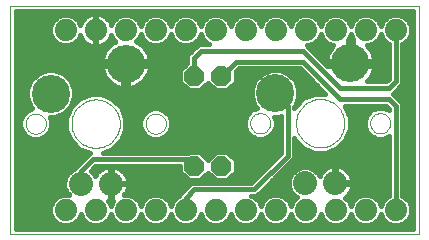
<source format=gtl>
G75*
G70*
%OFA0B0*%
%FSLAX24Y24*%
%IPPOS*%
%LPD*%
%AMOC8*
5,1,8,0,0,1.08239X$1,22.5*
%
%ADD10C,0.0000*%
%ADD11C,0.0800*%
%ADD12C,0.1270*%
%ADD13C,0.0740*%
%ADD14OC8,0.0660*%
%ADD15C,0.0160*%
D10*
X000805Y000555D02*
X000805Y008175D01*
X014422Y008175D01*
X014422Y000555D01*
X000805Y000555D01*
X001318Y004243D02*
X001320Y004279D01*
X001326Y004315D01*
X001336Y004350D01*
X001349Y004384D01*
X001366Y004416D01*
X001387Y004446D01*
X001410Y004474D01*
X001436Y004499D01*
X001465Y004521D01*
X001497Y004540D01*
X001530Y004555D01*
X001564Y004567D01*
X001600Y004575D01*
X001636Y004579D01*
X001672Y004579D01*
X001708Y004575D01*
X001744Y004567D01*
X001778Y004555D01*
X001811Y004540D01*
X001843Y004521D01*
X001872Y004499D01*
X001898Y004474D01*
X001921Y004446D01*
X001942Y004416D01*
X001959Y004384D01*
X001972Y004350D01*
X001982Y004315D01*
X001988Y004279D01*
X001990Y004243D01*
X001988Y004207D01*
X001982Y004171D01*
X001972Y004136D01*
X001959Y004102D01*
X001942Y004070D01*
X001921Y004040D01*
X001898Y004012D01*
X001872Y003987D01*
X001843Y003965D01*
X001811Y003946D01*
X001778Y003931D01*
X001744Y003919D01*
X001708Y003911D01*
X001672Y003907D01*
X001636Y003907D01*
X001600Y003911D01*
X001564Y003919D01*
X001530Y003931D01*
X001497Y003946D01*
X001465Y003965D01*
X001436Y003987D01*
X001410Y004012D01*
X001387Y004040D01*
X001366Y004070D01*
X001349Y004102D01*
X001336Y004136D01*
X001326Y004171D01*
X001320Y004207D01*
X001318Y004243D01*
X002849Y004243D02*
X002851Y004299D01*
X002857Y004355D01*
X002867Y004410D01*
X002880Y004465D01*
X002898Y004518D01*
X002919Y004570D01*
X002943Y004621D01*
X002971Y004670D01*
X003003Y004716D01*
X003037Y004760D01*
X003075Y004802D01*
X003115Y004841D01*
X003158Y004877D01*
X003204Y004910D01*
X003251Y004940D01*
X003301Y004967D01*
X003352Y004989D01*
X003405Y005009D01*
X003459Y005024D01*
X003514Y005036D01*
X003570Y005044D01*
X003626Y005048D01*
X003682Y005048D01*
X003738Y005044D01*
X003794Y005036D01*
X003849Y005024D01*
X003903Y005009D01*
X003956Y004989D01*
X004007Y004967D01*
X004056Y004940D01*
X004104Y004910D01*
X004150Y004877D01*
X004193Y004841D01*
X004233Y004802D01*
X004271Y004760D01*
X004305Y004716D01*
X004337Y004670D01*
X004365Y004621D01*
X004389Y004570D01*
X004410Y004518D01*
X004428Y004465D01*
X004441Y004410D01*
X004451Y004355D01*
X004457Y004299D01*
X004459Y004243D01*
X004457Y004187D01*
X004451Y004131D01*
X004441Y004076D01*
X004428Y004021D01*
X004410Y003968D01*
X004389Y003916D01*
X004365Y003865D01*
X004337Y003816D01*
X004305Y003770D01*
X004271Y003726D01*
X004233Y003684D01*
X004193Y003645D01*
X004150Y003609D01*
X004104Y003576D01*
X004057Y003546D01*
X004007Y003519D01*
X003956Y003497D01*
X003903Y003477D01*
X003849Y003462D01*
X003794Y003450D01*
X003738Y003442D01*
X003682Y003438D01*
X003626Y003438D01*
X003570Y003442D01*
X003514Y003450D01*
X003459Y003462D01*
X003405Y003477D01*
X003352Y003497D01*
X003301Y003519D01*
X003251Y003546D01*
X003204Y003576D01*
X003158Y003609D01*
X003115Y003645D01*
X003075Y003684D01*
X003037Y003726D01*
X003003Y003770D01*
X002971Y003816D01*
X002943Y003865D01*
X002919Y003916D01*
X002898Y003968D01*
X002880Y004021D01*
X002867Y004076D01*
X002857Y004131D01*
X002851Y004187D01*
X002849Y004243D01*
X005318Y004243D02*
X005320Y004279D01*
X005326Y004315D01*
X005336Y004350D01*
X005349Y004384D01*
X005366Y004416D01*
X005387Y004446D01*
X005410Y004474D01*
X005436Y004499D01*
X005465Y004521D01*
X005497Y004540D01*
X005530Y004555D01*
X005564Y004567D01*
X005600Y004575D01*
X005636Y004579D01*
X005672Y004579D01*
X005708Y004575D01*
X005744Y004567D01*
X005778Y004555D01*
X005811Y004540D01*
X005843Y004521D01*
X005872Y004499D01*
X005898Y004474D01*
X005921Y004446D01*
X005942Y004416D01*
X005959Y004384D01*
X005972Y004350D01*
X005982Y004315D01*
X005988Y004279D01*
X005990Y004243D01*
X005988Y004207D01*
X005982Y004171D01*
X005972Y004136D01*
X005959Y004102D01*
X005942Y004070D01*
X005921Y004040D01*
X005898Y004012D01*
X005872Y003987D01*
X005843Y003965D01*
X005811Y003946D01*
X005778Y003931D01*
X005744Y003919D01*
X005708Y003911D01*
X005672Y003907D01*
X005636Y003907D01*
X005600Y003911D01*
X005564Y003919D01*
X005530Y003931D01*
X005497Y003946D01*
X005465Y003965D01*
X005436Y003987D01*
X005410Y004012D01*
X005387Y004040D01*
X005366Y004070D01*
X005349Y004102D01*
X005336Y004136D01*
X005326Y004171D01*
X005320Y004207D01*
X005318Y004243D01*
X008800Y004255D02*
X008802Y004291D01*
X008808Y004327D01*
X008818Y004362D01*
X008831Y004396D01*
X008848Y004428D01*
X008869Y004458D01*
X008892Y004486D01*
X008918Y004511D01*
X008947Y004533D01*
X008979Y004552D01*
X009012Y004567D01*
X009046Y004579D01*
X009082Y004587D01*
X009118Y004591D01*
X009154Y004591D01*
X009190Y004587D01*
X009226Y004579D01*
X009260Y004567D01*
X009293Y004552D01*
X009325Y004533D01*
X009354Y004511D01*
X009380Y004486D01*
X009403Y004458D01*
X009424Y004428D01*
X009441Y004396D01*
X009454Y004362D01*
X009464Y004327D01*
X009470Y004291D01*
X009472Y004255D01*
X009470Y004219D01*
X009464Y004183D01*
X009454Y004148D01*
X009441Y004114D01*
X009424Y004082D01*
X009403Y004052D01*
X009380Y004024D01*
X009354Y003999D01*
X009325Y003977D01*
X009293Y003958D01*
X009260Y003943D01*
X009226Y003931D01*
X009190Y003923D01*
X009154Y003919D01*
X009118Y003919D01*
X009082Y003923D01*
X009046Y003931D01*
X009012Y003943D01*
X008979Y003958D01*
X008947Y003977D01*
X008918Y003999D01*
X008892Y004024D01*
X008869Y004052D01*
X008848Y004082D01*
X008831Y004114D01*
X008818Y004148D01*
X008808Y004183D01*
X008802Y004219D01*
X008800Y004255D01*
X010331Y004255D02*
X010333Y004311D01*
X010339Y004367D01*
X010349Y004422D01*
X010362Y004477D01*
X010380Y004530D01*
X010401Y004582D01*
X010425Y004633D01*
X010453Y004682D01*
X010485Y004728D01*
X010519Y004772D01*
X010557Y004814D01*
X010597Y004853D01*
X010640Y004889D01*
X010686Y004922D01*
X010733Y004952D01*
X010783Y004979D01*
X010834Y005001D01*
X010887Y005021D01*
X010941Y005036D01*
X010996Y005048D01*
X011052Y005056D01*
X011108Y005060D01*
X011164Y005060D01*
X011220Y005056D01*
X011276Y005048D01*
X011331Y005036D01*
X011385Y005021D01*
X011438Y005001D01*
X011489Y004979D01*
X011538Y004952D01*
X011586Y004922D01*
X011632Y004889D01*
X011675Y004853D01*
X011715Y004814D01*
X011753Y004772D01*
X011787Y004728D01*
X011819Y004682D01*
X011847Y004633D01*
X011871Y004582D01*
X011892Y004530D01*
X011910Y004477D01*
X011923Y004422D01*
X011933Y004367D01*
X011939Y004311D01*
X011941Y004255D01*
X011939Y004199D01*
X011933Y004143D01*
X011923Y004088D01*
X011910Y004033D01*
X011892Y003980D01*
X011871Y003928D01*
X011847Y003877D01*
X011819Y003828D01*
X011787Y003782D01*
X011753Y003738D01*
X011715Y003696D01*
X011675Y003657D01*
X011632Y003621D01*
X011586Y003588D01*
X011539Y003558D01*
X011489Y003531D01*
X011438Y003509D01*
X011385Y003489D01*
X011331Y003474D01*
X011276Y003462D01*
X011220Y003454D01*
X011164Y003450D01*
X011108Y003450D01*
X011052Y003454D01*
X010996Y003462D01*
X010941Y003474D01*
X010887Y003489D01*
X010834Y003509D01*
X010783Y003531D01*
X010733Y003558D01*
X010686Y003588D01*
X010640Y003621D01*
X010597Y003657D01*
X010557Y003696D01*
X010519Y003738D01*
X010485Y003782D01*
X010453Y003828D01*
X010425Y003877D01*
X010401Y003928D01*
X010380Y003980D01*
X010362Y004033D01*
X010349Y004088D01*
X010339Y004143D01*
X010333Y004199D01*
X010331Y004255D01*
X012800Y004255D02*
X012802Y004291D01*
X012808Y004327D01*
X012818Y004362D01*
X012831Y004396D01*
X012848Y004428D01*
X012869Y004458D01*
X012892Y004486D01*
X012918Y004511D01*
X012947Y004533D01*
X012979Y004552D01*
X013012Y004567D01*
X013046Y004579D01*
X013082Y004587D01*
X013118Y004591D01*
X013154Y004591D01*
X013190Y004587D01*
X013226Y004579D01*
X013260Y004567D01*
X013293Y004552D01*
X013325Y004533D01*
X013354Y004511D01*
X013380Y004486D01*
X013403Y004458D01*
X013424Y004428D01*
X013441Y004396D01*
X013454Y004362D01*
X013464Y004327D01*
X013470Y004291D01*
X013472Y004255D01*
X013470Y004219D01*
X013464Y004183D01*
X013454Y004148D01*
X013441Y004114D01*
X013424Y004082D01*
X013403Y004052D01*
X013380Y004024D01*
X013354Y003999D01*
X013325Y003977D01*
X013293Y003958D01*
X013260Y003943D01*
X013226Y003931D01*
X013190Y003923D01*
X013154Y003919D01*
X013118Y003919D01*
X013082Y003923D01*
X013046Y003931D01*
X013012Y003943D01*
X012979Y003958D01*
X012947Y003977D01*
X012918Y003999D01*
X012892Y004024D01*
X012869Y004052D01*
X012848Y004082D01*
X012831Y004114D01*
X012818Y004148D01*
X012808Y004183D01*
X012802Y004219D01*
X012800Y004255D01*
D11*
X011636Y002255D03*
X010636Y002255D03*
X004154Y002243D03*
X003154Y002243D03*
D12*
X002154Y005243D03*
X004654Y006243D03*
X009636Y005255D03*
X012136Y006255D03*
D13*
X011652Y007361D03*
X012652Y007361D03*
X013652Y007361D03*
X010652Y007361D03*
X009652Y007361D03*
X008652Y007361D03*
X007652Y007361D03*
X006652Y007361D03*
X005652Y007361D03*
X004652Y007361D03*
X003652Y007361D03*
X002652Y007361D03*
X002652Y001361D03*
X003652Y001361D03*
X004652Y001361D03*
X005652Y001361D03*
X006652Y001361D03*
X007652Y001361D03*
X008652Y001361D03*
X009652Y001361D03*
X010652Y001361D03*
X011652Y001361D03*
X012652Y001361D03*
X013652Y001361D03*
D14*
X007845Y002823D03*
X006944Y002827D03*
X006944Y005827D03*
X007845Y005823D03*
D15*
X008327Y006305D01*
X010555Y006305D01*
X011805Y005055D01*
X013430Y005055D01*
X013652Y004833D01*
X013652Y001361D01*
X013185Y001566D02*
X013119Y001566D01*
X013152Y001487D02*
X013084Y001650D01*
X012941Y001793D01*
X012753Y001871D01*
X012551Y001871D01*
X012363Y001793D01*
X012220Y001650D01*
X012152Y001487D01*
X012084Y001650D01*
X011960Y001774D01*
X012014Y001813D01*
X012078Y001877D01*
X012132Y001951D01*
X012174Y002032D01*
X012202Y002119D01*
X012216Y002209D01*
X012216Y002227D01*
X011664Y002227D01*
X011664Y002283D01*
X011608Y002283D01*
X011608Y002835D01*
X011590Y002835D01*
X011500Y002821D01*
X011413Y002793D01*
X011332Y002751D01*
X011258Y002697D01*
X011194Y002633D01*
X011140Y002559D01*
X011115Y002510D01*
X011094Y002561D01*
X010942Y002713D01*
X010743Y002795D01*
X010529Y002795D01*
X010330Y002713D01*
X010178Y002561D01*
X010096Y002362D01*
X010096Y002148D01*
X010178Y001949D01*
X010330Y001797D01*
X010356Y001786D01*
X010220Y001650D01*
X010152Y001487D01*
X010084Y001650D01*
X009941Y001793D01*
X009753Y001871D01*
X009551Y001871D01*
X009363Y001793D01*
X009220Y001650D01*
X009152Y001487D01*
X009084Y001650D01*
X008941Y001793D01*
X008840Y001835D01*
X009021Y001835D01*
X009150Y001964D01*
X010146Y002960D01*
X010146Y002960D01*
X010275Y003089D01*
X010275Y003760D01*
X010301Y003697D01*
X010578Y003420D01*
X010940Y003270D01*
X011332Y003270D01*
X011694Y003420D01*
X011971Y003697D01*
X012121Y004059D01*
X012121Y004451D01*
X011971Y004813D01*
X011949Y004835D01*
X013339Y004835D01*
X013432Y004742D01*
X013432Y004689D01*
X013428Y004692D01*
X013239Y004771D01*
X013033Y004771D01*
X012844Y004692D01*
X012699Y004547D01*
X012620Y004358D01*
X012620Y004152D01*
X012699Y003963D01*
X012844Y003818D01*
X013033Y003739D01*
X013239Y003739D01*
X013428Y003818D01*
X013432Y003821D01*
X013432Y001822D01*
X013363Y001793D01*
X013220Y001650D01*
X013152Y001487D01*
X013010Y001724D02*
X013294Y001724D01*
X013432Y001883D02*
X012083Y001883D01*
X012010Y001724D02*
X012294Y001724D01*
X012185Y001566D02*
X012119Y001566D01*
X012152Y001235D02*
X012220Y001072D01*
X012363Y000929D01*
X012551Y000851D01*
X012753Y000851D01*
X012941Y000929D01*
X013084Y001072D01*
X013152Y001235D01*
X013220Y001072D01*
X013363Y000929D01*
X013551Y000851D01*
X013753Y000851D01*
X013941Y000929D01*
X014084Y001072D01*
X014162Y001260D01*
X014162Y001462D01*
X014084Y001650D01*
X013941Y001793D01*
X013872Y001822D01*
X013872Y004924D01*
X013650Y005146D01*
X013554Y005243D01*
X013650Y005339D01*
X013872Y005561D01*
X013872Y006900D01*
X013941Y006929D01*
X014084Y007072D01*
X014162Y007260D01*
X014162Y007462D01*
X014084Y007650D01*
X013941Y007793D01*
X013753Y007871D01*
X013551Y007871D01*
X013363Y007793D01*
X013220Y007650D01*
X013152Y007487D01*
X013084Y007650D01*
X012941Y007793D01*
X012753Y007871D01*
X012551Y007871D01*
X012363Y007793D01*
X012220Y007650D01*
X012152Y007487D01*
X012084Y007650D01*
X011941Y007793D01*
X011753Y007871D01*
X011551Y007871D01*
X011363Y007793D01*
X011220Y007650D01*
X011152Y007487D01*
X011084Y007650D01*
X010941Y007793D01*
X010753Y007871D01*
X010551Y007871D01*
X010363Y007793D01*
X010220Y007650D01*
X010152Y007487D01*
X010084Y007650D01*
X009941Y007793D01*
X009753Y007871D01*
X009551Y007871D01*
X009363Y007793D01*
X009220Y007650D01*
X009152Y007487D01*
X009084Y007650D01*
X008941Y007793D01*
X008753Y007871D01*
X008551Y007871D01*
X008363Y007793D01*
X008220Y007650D01*
X008152Y007487D01*
X008084Y007650D01*
X007941Y007793D01*
X007753Y007871D01*
X007551Y007871D01*
X007363Y007793D01*
X007220Y007650D01*
X007152Y007487D01*
X007084Y007650D01*
X006941Y007793D01*
X006753Y007871D01*
X006551Y007871D01*
X006363Y007793D01*
X006220Y007650D01*
X006152Y007487D01*
X006084Y007650D01*
X005941Y007793D01*
X005753Y007871D01*
X005551Y007871D01*
X005363Y007793D01*
X005220Y007650D01*
X005152Y007487D01*
X005084Y007650D01*
X004941Y007793D01*
X004753Y007871D01*
X004551Y007871D01*
X004363Y007793D01*
X004220Y007650D01*
X004173Y007537D01*
X004162Y007572D01*
X004122Y007649D01*
X004072Y007719D01*
X004010Y007781D01*
X003940Y007831D01*
X003863Y007871D01*
X003781Y007897D01*
X003695Y007911D01*
X003672Y007911D01*
X003672Y007381D01*
X003632Y007381D01*
X003632Y007911D01*
X003609Y007911D01*
X003523Y007897D01*
X003441Y007871D01*
X003364Y007831D01*
X003294Y007781D01*
X003232Y007719D01*
X003182Y007649D01*
X003142Y007572D01*
X003131Y007537D01*
X003084Y007650D01*
X002941Y007793D01*
X002753Y007871D01*
X002551Y007871D01*
X002363Y007793D01*
X002220Y007650D01*
X002142Y007462D01*
X002142Y007260D01*
X002220Y007072D01*
X002363Y006929D01*
X002551Y006851D01*
X002753Y006851D01*
X002941Y006929D01*
X003084Y007072D01*
X003131Y007185D01*
X003142Y007150D01*
X003182Y007073D01*
X003232Y007003D01*
X003294Y006941D01*
X003364Y006891D01*
X003441Y006851D01*
X003523Y006825D01*
X003609Y006811D01*
X003632Y006811D01*
X003632Y007341D01*
X003672Y007341D01*
X003672Y006811D01*
X003695Y006811D01*
X003781Y006825D01*
X003863Y006851D01*
X003940Y006891D01*
X004010Y006941D01*
X004072Y007003D01*
X004122Y007073D01*
X004162Y007150D01*
X004173Y007185D01*
X004220Y007072D01*
X004309Y006982D01*
X004293Y006976D01*
X004200Y006922D01*
X004115Y006857D01*
X004040Y006782D01*
X003975Y006697D01*
X003921Y006604D01*
X003881Y006506D01*
X003853Y006402D01*
X003842Y006323D01*
X004574Y006323D01*
X004574Y006163D01*
X004734Y006163D01*
X004734Y006323D01*
X005465Y006323D01*
X005455Y006402D01*
X005427Y006506D01*
X005387Y006604D01*
X005333Y006697D01*
X005268Y006782D01*
X005193Y006857D01*
X005108Y006922D01*
X005015Y006976D01*
X004996Y006984D01*
X005084Y007072D01*
X005152Y007235D01*
X005220Y007072D01*
X005363Y006929D01*
X005551Y006851D01*
X005753Y006851D01*
X005941Y006929D01*
X006084Y007072D01*
X006152Y007235D01*
X006220Y007072D01*
X006363Y006929D01*
X006551Y006851D01*
X006753Y006851D01*
X006941Y006929D01*
X007084Y007072D01*
X007152Y007235D01*
X007220Y007072D01*
X007363Y006929D01*
X007432Y006900D01*
X007089Y006900D01*
X006839Y006650D01*
X006710Y006521D01*
X006710Y006258D01*
X006474Y006022D01*
X006474Y005632D01*
X006749Y005357D01*
X007139Y005357D01*
X007392Y005611D01*
X007650Y005353D01*
X008040Y005353D01*
X008315Y005628D01*
X008315Y005982D01*
X008418Y006085D01*
X010464Y006085D01*
X011309Y005240D01*
X010940Y005240D01*
X010578Y005090D01*
X010301Y004813D01*
X010275Y004750D01*
X010275Y004798D01*
X010293Y004816D01*
X010411Y005101D01*
X010411Y005409D01*
X010293Y005694D01*
X010075Y005912D01*
X009790Y006030D01*
X009482Y006030D01*
X009197Y005912D01*
X008979Y005694D01*
X008861Y005409D01*
X008861Y005101D01*
X008979Y004816D01*
X009027Y004768D01*
X008844Y004692D01*
X008699Y004547D01*
X008620Y004358D01*
X008620Y004152D01*
X008699Y003963D01*
X008844Y003818D01*
X009033Y003739D01*
X009239Y003739D01*
X009428Y003818D01*
X009573Y003963D01*
X009652Y004152D01*
X009652Y004358D01*
X009601Y004480D01*
X009790Y004480D01*
X009835Y004499D01*
X009835Y003271D01*
X008839Y002275D01*
X006839Y002275D01*
X006710Y002146D01*
X006432Y001868D01*
X006432Y001822D01*
X006363Y001793D01*
X006220Y001650D01*
X006152Y001487D01*
X006084Y001650D01*
X005941Y001793D01*
X005753Y001871D01*
X005551Y001871D01*
X005363Y001793D01*
X005220Y001650D01*
X005152Y001487D01*
X005084Y001650D01*
X004941Y001793D01*
X004753Y001871D01*
X004601Y001871D01*
X004650Y001939D01*
X004692Y002020D01*
X004720Y002107D01*
X004734Y002197D01*
X004734Y002215D01*
X004182Y002215D01*
X004182Y002270D01*
X004734Y002270D01*
X004734Y002289D01*
X004720Y002379D01*
X004692Y002466D01*
X004650Y002547D01*
X004596Y002621D01*
X004532Y002685D01*
X004458Y002739D01*
X004377Y002781D01*
X004290Y002809D01*
X004200Y002823D01*
X004181Y002823D01*
X004181Y002271D01*
X004126Y002271D01*
X004126Y002823D01*
X004108Y002823D01*
X004018Y002809D01*
X003931Y002781D01*
X003850Y002739D01*
X003776Y002685D01*
X003712Y002621D01*
X003658Y002547D01*
X003633Y002498D01*
X003612Y002549D01*
X003486Y002675D01*
X003646Y002835D01*
X006474Y002835D01*
X006474Y002632D01*
X006749Y002357D01*
X007139Y002357D01*
X007392Y002611D01*
X007650Y002353D01*
X008040Y002353D01*
X008315Y002628D01*
X008315Y003018D01*
X008040Y003293D01*
X007650Y003293D01*
X007396Y003039D01*
X007139Y003297D01*
X006749Y003297D01*
X006727Y003275D01*
X003891Y003275D01*
X004212Y003408D01*
X004489Y003685D01*
X004639Y004047D01*
X004639Y004439D01*
X004489Y004801D01*
X004212Y005078D01*
X003850Y005228D01*
X003458Y005228D01*
X003096Y005078D01*
X002819Y004801D01*
X002669Y004439D01*
X002669Y004047D01*
X002819Y003685D01*
X003096Y003408D01*
X003450Y003261D01*
X003335Y003146D01*
X002934Y002745D01*
X002934Y002736D01*
X002848Y002701D01*
X002696Y002549D01*
X002614Y002350D01*
X002614Y002136D01*
X002696Y001937D01*
X002769Y001865D01*
X002753Y001871D01*
X002551Y001871D01*
X002363Y001793D01*
X002220Y001650D01*
X002142Y001462D01*
X002142Y001260D01*
X002220Y001072D01*
X002363Y000929D01*
X002551Y000851D01*
X002753Y000851D01*
X002941Y000929D01*
X003084Y001072D01*
X003152Y001235D01*
X003220Y001072D01*
X003363Y000929D01*
X003551Y000851D01*
X003753Y000851D01*
X003941Y000929D01*
X004084Y001072D01*
X004152Y001235D01*
X004220Y001072D01*
X004363Y000929D01*
X004551Y000851D01*
X004753Y000851D01*
X004941Y000929D01*
X005084Y001072D01*
X005152Y001235D01*
X005220Y001072D01*
X005363Y000929D01*
X005551Y000851D01*
X005753Y000851D01*
X005941Y000929D01*
X006084Y001072D01*
X006152Y001235D01*
X006220Y001072D01*
X006363Y000929D01*
X006551Y000851D01*
X006753Y000851D01*
X006941Y000929D01*
X007084Y001072D01*
X007152Y001235D01*
X007220Y001072D01*
X007363Y000929D01*
X007551Y000851D01*
X007753Y000851D01*
X007941Y000929D01*
X008084Y001072D01*
X008152Y001235D01*
X008220Y001072D01*
X008363Y000929D01*
X008551Y000851D01*
X008753Y000851D01*
X008941Y000929D01*
X009084Y001072D01*
X009152Y001235D01*
X009220Y001072D01*
X009363Y000929D01*
X009551Y000851D01*
X009753Y000851D01*
X009941Y000929D01*
X010084Y001072D01*
X010152Y001235D01*
X010220Y001072D01*
X010363Y000929D01*
X010551Y000851D01*
X010753Y000851D01*
X010941Y000929D01*
X011084Y001072D01*
X011152Y001235D01*
X011220Y001072D01*
X011363Y000929D01*
X011551Y000851D01*
X011753Y000851D01*
X011941Y000929D01*
X012084Y001072D01*
X012152Y001235D01*
X012092Y001090D02*
X012212Y001090D01*
X012360Y000932D02*
X011944Y000932D01*
X011360Y000932D02*
X010944Y000932D01*
X011092Y001090D02*
X011212Y001090D01*
X010360Y000932D02*
X009944Y000932D01*
X010092Y001090D02*
X010212Y001090D01*
X010185Y001566D02*
X010119Y001566D01*
X010010Y001724D02*
X010294Y001724D01*
X010244Y001883D02*
X009069Y001883D01*
X009150Y001964D02*
X009150Y001964D01*
X009228Y002041D02*
X010140Y002041D01*
X010096Y002200D02*
X009386Y002200D01*
X009545Y002358D02*
X010096Y002358D01*
X010160Y002517D02*
X009703Y002517D01*
X009862Y002675D02*
X010293Y002675D01*
X010020Y002834D02*
X011584Y002834D01*
X011608Y002834D02*
X011664Y002834D01*
X011664Y002835D02*
X011664Y002283D01*
X012216Y002283D01*
X012216Y002301D01*
X012202Y002391D01*
X012174Y002478D01*
X012132Y002559D01*
X012078Y002633D01*
X012014Y002697D01*
X011940Y002751D01*
X011859Y002793D01*
X011772Y002821D01*
X011682Y002835D01*
X011664Y002835D01*
X011688Y002834D02*
X013432Y002834D01*
X013432Y002992D02*
X010179Y002992D01*
X010275Y003151D02*
X013432Y003151D01*
X013432Y003309D02*
X011427Y003309D01*
X011742Y003468D02*
X013432Y003468D01*
X013432Y003626D02*
X011900Y003626D01*
X012007Y003785D02*
X012922Y003785D01*
X012718Y003943D02*
X012073Y003943D01*
X012121Y004102D02*
X012641Y004102D01*
X012620Y004260D02*
X012121Y004260D01*
X012121Y004419D02*
X012645Y004419D01*
X012729Y004577D02*
X012069Y004577D01*
X012003Y004736D02*
X012949Y004736D01*
X013323Y004736D02*
X013432Y004736D01*
X013872Y004736D02*
X014242Y004736D01*
X014242Y004894D02*
X013872Y004894D01*
X013743Y005053D02*
X014242Y005053D01*
X014242Y005211D02*
X013585Y005211D01*
X013681Y005370D02*
X014242Y005370D01*
X014242Y005528D02*
X013840Y005528D01*
X013652Y005652D02*
X013430Y005430D01*
X011805Y005430D01*
X010555Y006680D01*
X007180Y006680D01*
X006930Y006430D01*
X006930Y005841D01*
X006944Y005827D01*
X006474Y005845D02*
X005366Y005845D01*
X005387Y005882D02*
X005333Y005789D01*
X005268Y005704D01*
X005193Y005629D01*
X005108Y005564D01*
X005015Y005510D01*
X004917Y005470D01*
X004813Y005442D01*
X004734Y005431D01*
X004734Y006163D01*
X005465Y006163D01*
X005455Y006084D01*
X005427Y005980D01*
X005387Y005882D01*
X005434Y006004D02*
X006474Y006004D01*
X006615Y006162D02*
X005465Y006162D01*
X005434Y006479D02*
X006710Y006479D01*
X006827Y006638D02*
X005367Y006638D01*
X005253Y006796D02*
X006985Y006796D01*
X006967Y006955D02*
X007337Y006955D01*
X007203Y007113D02*
X007101Y007113D01*
X007110Y007589D02*
X007194Y007589D01*
X007317Y007747D02*
X006987Y007747D01*
X006317Y007747D02*
X005987Y007747D01*
X006110Y007589D02*
X006194Y007589D01*
X006203Y007113D02*
X006101Y007113D01*
X005967Y006955D02*
X006337Y006955D01*
X005337Y006955D02*
X005051Y006955D01*
X005101Y007113D02*
X005203Y007113D01*
X005194Y007589D02*
X005110Y007589D01*
X004987Y007747D02*
X005317Y007747D01*
X004317Y007747D02*
X004043Y007747D01*
X004153Y007589D02*
X004194Y007589D01*
X003672Y007589D02*
X003632Y007589D01*
X003632Y007430D02*
X003672Y007430D01*
X003672Y007272D02*
X003632Y007272D01*
X003632Y007113D02*
X003672Y007113D01*
X003672Y006955D02*
X003632Y006955D01*
X004024Y006955D02*
X004257Y006955D01*
X004203Y007113D02*
X004143Y007113D01*
X004055Y006796D02*
X000985Y006796D01*
X000985Y006638D02*
X003941Y006638D01*
X003874Y006479D02*
X000985Y006479D01*
X000985Y006321D02*
X004574Y006321D01*
X004734Y006321D02*
X006710Y006321D01*
X006474Y005687D02*
X005251Y005687D01*
X005046Y005528D02*
X006578Y005528D01*
X006736Y005370D02*
X002929Y005370D01*
X002929Y005397D02*
X002811Y005682D01*
X002593Y005900D01*
X002308Y006018D01*
X002000Y006018D01*
X001715Y005900D01*
X001497Y005682D01*
X001379Y005397D01*
X001379Y005089D01*
X001497Y004804D01*
X001545Y004756D01*
X001362Y004680D01*
X001217Y004535D01*
X001138Y004346D01*
X001138Y004140D01*
X001217Y003951D01*
X001362Y003806D01*
X001551Y003727D01*
X001757Y003727D01*
X001946Y003806D01*
X002091Y003951D01*
X002170Y004140D01*
X002170Y004346D01*
X002119Y004468D01*
X002308Y004468D01*
X002593Y004586D01*
X002811Y004804D01*
X002929Y005089D01*
X002929Y005397D01*
X002875Y005528D02*
X004262Y005528D01*
X004293Y005510D02*
X004391Y005470D01*
X004495Y005442D01*
X004574Y005431D01*
X004574Y006163D01*
X003842Y006163D01*
X003853Y006084D01*
X003881Y005980D01*
X003921Y005882D01*
X003975Y005789D01*
X004040Y005704D01*
X004115Y005629D01*
X004200Y005564D01*
X004293Y005510D01*
X004574Y005528D02*
X004734Y005528D01*
X004734Y005687D02*
X004574Y005687D01*
X004574Y005845D02*
X004734Y005845D01*
X004734Y006004D02*
X004574Y006004D01*
X004574Y006162D02*
X004734Y006162D01*
X004057Y005687D02*
X002806Y005687D01*
X002648Y005845D02*
X003942Y005845D01*
X003874Y006004D02*
X002342Y006004D01*
X001966Y006004D02*
X000985Y006004D01*
X000985Y006162D02*
X003843Y006162D01*
X003280Y006955D02*
X002967Y006955D01*
X003101Y007113D02*
X003161Y007113D01*
X003151Y007589D02*
X003110Y007589D01*
X002987Y007747D02*
X003261Y007747D01*
X003577Y007906D02*
X000985Y007906D01*
X000985Y007995D02*
X014242Y007995D01*
X014242Y000735D01*
X000985Y000735D01*
X000985Y007995D01*
X000985Y007747D02*
X002317Y007747D01*
X002194Y007589D02*
X000985Y007589D01*
X000985Y007430D02*
X002142Y007430D01*
X002142Y007272D02*
X000985Y007272D01*
X000985Y007113D02*
X002203Y007113D01*
X002337Y006955D02*
X000985Y006955D01*
X000985Y005845D02*
X001660Y005845D01*
X001502Y005687D02*
X000985Y005687D01*
X000985Y005528D02*
X001433Y005528D01*
X001379Y005370D02*
X000985Y005370D01*
X000985Y005211D02*
X001379Y005211D01*
X001394Y005053D02*
X000985Y005053D01*
X000985Y004894D02*
X001460Y004894D01*
X001496Y004736D02*
X000985Y004736D01*
X000985Y004577D02*
X001259Y004577D01*
X001168Y004419D02*
X000985Y004419D01*
X000985Y004260D02*
X001138Y004260D01*
X001154Y004102D02*
X000985Y004102D01*
X000985Y003943D02*
X001224Y003943D01*
X001411Y003785D02*
X000985Y003785D01*
X000985Y003626D02*
X002878Y003626D01*
X002778Y003785D02*
X001897Y003785D01*
X002084Y003943D02*
X002712Y003943D01*
X002669Y004102D02*
X002154Y004102D01*
X002170Y004260D02*
X002669Y004260D01*
X002669Y004419D02*
X002140Y004419D01*
X002572Y004577D02*
X002726Y004577D01*
X002743Y004736D02*
X002792Y004736D01*
X002848Y004894D02*
X002912Y004894D01*
X002914Y005053D02*
X003071Y005053D01*
X002929Y005211D02*
X003418Y005211D01*
X003890Y005211D02*
X008861Y005211D01*
X008861Y005370D02*
X008057Y005370D01*
X008215Y005528D02*
X008910Y005528D01*
X008976Y005687D02*
X008315Y005687D01*
X008315Y005845D02*
X009130Y005845D01*
X009419Y006004D02*
X008337Y006004D01*
X007475Y005528D02*
X007310Y005528D01*
X007152Y005370D02*
X007633Y005370D01*
X008881Y005053D02*
X004237Y005053D01*
X004396Y004894D02*
X008946Y004894D01*
X008949Y004736D02*
X005812Y004736D01*
X005757Y004759D02*
X005551Y004759D01*
X005362Y004680D01*
X005217Y004535D01*
X005138Y004346D01*
X005138Y004140D01*
X005217Y003951D01*
X005362Y003806D01*
X005551Y003727D01*
X005757Y003727D01*
X005946Y003806D01*
X006091Y003951D01*
X006170Y004140D01*
X006170Y004346D01*
X006091Y004535D01*
X005946Y004680D01*
X005757Y004759D01*
X005496Y004736D02*
X004516Y004736D01*
X004582Y004577D02*
X005259Y004577D01*
X005168Y004419D02*
X004639Y004419D01*
X004639Y004260D02*
X005138Y004260D01*
X005154Y004102D02*
X004639Y004102D01*
X004596Y003943D02*
X005224Y003943D01*
X005411Y003785D02*
X004530Y003785D01*
X004430Y003626D02*
X009835Y003626D01*
X009835Y003468D02*
X004272Y003468D01*
X003974Y003309D02*
X009835Y003309D01*
X009715Y003151D02*
X008182Y003151D01*
X008315Y002992D02*
X009556Y002992D01*
X009398Y002834D02*
X008315Y002834D01*
X008315Y002675D02*
X009239Y002675D01*
X009081Y002517D02*
X008204Y002517D01*
X008045Y002358D02*
X008922Y002358D01*
X008930Y002055D02*
X010055Y003180D01*
X010055Y004836D01*
X009636Y005255D01*
X010362Y005528D02*
X011020Y005528D01*
X011179Y005370D02*
X010411Y005370D01*
X010411Y005211D02*
X010871Y005211D01*
X010541Y005053D02*
X010391Y005053D01*
X010382Y004894D02*
X010326Y004894D01*
X009835Y004419D02*
X009627Y004419D01*
X009652Y004260D02*
X009835Y004260D01*
X009835Y004102D02*
X009631Y004102D01*
X009554Y003943D02*
X009835Y003943D01*
X009835Y003785D02*
X009350Y003785D01*
X008922Y003785D02*
X005897Y003785D01*
X006084Y003943D02*
X008718Y003943D01*
X008641Y004102D02*
X006154Y004102D01*
X006170Y004260D02*
X008620Y004260D01*
X008645Y004419D02*
X006140Y004419D01*
X006049Y004577D02*
X008729Y004577D01*
X010275Y003626D02*
X010372Y003626D01*
X010275Y003468D02*
X010530Y003468D01*
X010275Y003309D02*
X010845Y003309D01*
X010979Y002675D02*
X011236Y002675D01*
X011119Y002517D02*
X011112Y002517D01*
X011608Y002517D02*
X011664Y002517D01*
X011664Y002358D02*
X011608Y002358D01*
X011608Y002675D02*
X011664Y002675D01*
X012036Y002675D02*
X013432Y002675D01*
X013432Y002517D02*
X012153Y002517D01*
X012207Y002358D02*
X013432Y002358D01*
X013432Y002200D02*
X012215Y002200D01*
X012176Y002041D02*
X013432Y002041D01*
X013872Y002041D02*
X014242Y002041D01*
X014242Y001883D02*
X013872Y001883D01*
X014010Y001724D02*
X014242Y001724D01*
X014242Y001566D02*
X014119Y001566D01*
X014162Y001407D02*
X014242Y001407D01*
X014242Y001249D02*
X014158Y001249D01*
X014092Y001090D02*
X014242Y001090D01*
X014242Y000932D02*
X013944Y000932D01*
X014242Y000773D02*
X000985Y000773D01*
X000985Y000932D02*
X002360Y000932D01*
X002212Y001090D02*
X000985Y001090D01*
X000985Y001249D02*
X002146Y001249D01*
X002142Y001407D02*
X000985Y001407D01*
X000985Y001566D02*
X002185Y001566D01*
X002294Y001724D02*
X000985Y001724D01*
X000985Y001883D02*
X002750Y001883D01*
X002653Y002041D02*
X000985Y002041D01*
X000985Y002200D02*
X002614Y002200D01*
X002617Y002358D02*
X000985Y002358D01*
X000985Y002517D02*
X002683Y002517D01*
X002823Y002675D02*
X000985Y002675D01*
X000985Y002834D02*
X003023Y002834D01*
X003154Y002654D02*
X003555Y003055D01*
X006716Y003055D01*
X006944Y002827D01*
X006474Y002834D02*
X003645Y002834D01*
X003766Y002675D02*
X003487Y002675D01*
X003625Y002517D02*
X003643Y002517D01*
X004126Y002517D02*
X004181Y002517D01*
X004181Y002358D02*
X004126Y002358D01*
X004126Y002215D02*
X004181Y002215D01*
X004181Y001663D01*
X004200Y001663D01*
X004239Y001669D01*
X004220Y001650D01*
X004152Y001487D01*
X004084Y001650D01*
X004064Y001670D01*
X004108Y001663D01*
X004126Y001663D01*
X004126Y002215D01*
X004126Y002200D02*
X004181Y002200D01*
X004181Y002041D02*
X004126Y002041D01*
X004126Y001883D02*
X004181Y001883D01*
X004181Y001724D02*
X004126Y001724D01*
X004119Y001566D02*
X004185Y001566D01*
X004609Y001883D02*
X006447Y001883D01*
X006294Y001724D02*
X006010Y001724D01*
X006119Y001566D02*
X006185Y001566D01*
X006652Y001361D02*
X006652Y001777D01*
X006930Y002055D01*
X008930Y002055D01*
X009010Y001724D02*
X009294Y001724D01*
X009185Y001566D02*
X009119Y001566D01*
X009092Y001090D02*
X009212Y001090D01*
X009360Y000932D02*
X008944Y000932D01*
X008360Y000932D02*
X007944Y000932D01*
X008092Y001090D02*
X008212Y001090D01*
X007360Y000932D02*
X006944Y000932D01*
X007092Y001090D02*
X007212Y001090D01*
X006360Y000932D02*
X005944Y000932D01*
X006092Y001090D02*
X006212Y001090D01*
X005360Y000932D02*
X004944Y000932D01*
X005092Y001090D02*
X005212Y001090D01*
X005185Y001566D02*
X005119Y001566D01*
X005010Y001724D02*
X005294Y001724D01*
X004698Y002041D02*
X006605Y002041D01*
X006764Y002200D02*
X004734Y002200D01*
X004723Y002358D02*
X006748Y002358D01*
X006589Y002517D02*
X004665Y002517D01*
X004542Y002675D02*
X006474Y002675D01*
X007140Y002358D02*
X007645Y002358D01*
X007486Y002517D02*
X007299Y002517D01*
X007285Y003151D02*
X007508Y003151D01*
X004181Y002675D02*
X004126Y002675D01*
X003340Y003151D02*
X000985Y003151D01*
X000985Y003309D02*
X003334Y003309D01*
X003036Y003468D02*
X000985Y003468D01*
X000985Y002992D02*
X003181Y002992D01*
X003154Y002654D02*
X003154Y002243D01*
X003092Y001090D02*
X003212Y001090D01*
X003360Y000932D02*
X002944Y000932D01*
X003944Y000932D02*
X004360Y000932D01*
X004212Y001090D02*
X004092Y001090D01*
X010296Y005687D02*
X010862Y005687D01*
X010703Y005845D02*
X010142Y005845D01*
X009853Y006004D02*
X010545Y006004D01*
X011225Y006321D02*
X012056Y006321D01*
X012056Y006335D02*
X012056Y006175D01*
X011371Y006175D01*
X010775Y006771D01*
X010695Y006851D01*
X010753Y006851D01*
X010941Y006929D01*
X011084Y007072D01*
X011152Y007235D01*
X011220Y007072D01*
X011363Y006929D01*
X011551Y006851D01*
X011579Y006851D01*
X011522Y006794D01*
X011457Y006709D01*
X011403Y006616D01*
X011363Y006518D01*
X011335Y006414D01*
X011324Y006335D01*
X012056Y006335D01*
X012056Y007044D01*
X012084Y007072D01*
X012152Y007235D01*
X012220Y007072D01*
X012227Y007065D01*
X012216Y007066D01*
X012216Y006335D01*
X012947Y006335D01*
X012937Y006414D01*
X012909Y006518D01*
X012869Y006616D01*
X012815Y006709D01*
X012750Y006794D01*
X012693Y006851D01*
X012753Y006851D01*
X012941Y006929D01*
X013084Y007072D01*
X013152Y007235D01*
X013220Y007072D01*
X013363Y006929D01*
X013432Y006900D01*
X013432Y005743D01*
X013339Y005650D01*
X012684Y005650D01*
X012750Y005716D01*
X012815Y005801D01*
X012869Y005894D01*
X012909Y005992D01*
X012937Y006096D01*
X012947Y006175D01*
X012216Y006175D01*
X012216Y006335D01*
X012056Y006335D01*
X012216Y006321D02*
X013432Y006321D01*
X013432Y006479D02*
X012920Y006479D01*
X012856Y006638D02*
X013432Y006638D01*
X013432Y006796D02*
X012747Y006796D01*
X012967Y006955D02*
X013337Y006955D01*
X013203Y007113D02*
X013101Y007113D01*
X013652Y007361D02*
X013652Y005652D01*
X013872Y005687D02*
X014242Y005687D01*
X014242Y005845D02*
X013872Y005845D01*
X013872Y006004D02*
X014242Y006004D01*
X014242Y006162D02*
X013872Y006162D01*
X013872Y006321D02*
X014242Y006321D01*
X014242Y006479D02*
X013872Y006479D01*
X013872Y006638D02*
X014242Y006638D01*
X014242Y006796D02*
X013872Y006796D01*
X013967Y006955D02*
X014242Y006955D01*
X014242Y007113D02*
X014101Y007113D01*
X014162Y007272D02*
X014242Y007272D01*
X014242Y007430D02*
X014162Y007430D01*
X014110Y007589D02*
X014242Y007589D01*
X014242Y007747D02*
X013987Y007747D01*
X014242Y007906D02*
X003727Y007906D01*
X003672Y007906D02*
X003632Y007906D01*
X003632Y007747D02*
X003672Y007747D01*
X007987Y007747D02*
X008317Y007747D01*
X008194Y007589D02*
X008110Y007589D01*
X008987Y007747D02*
X009317Y007747D01*
X009194Y007589D02*
X009110Y007589D01*
X009987Y007747D02*
X010317Y007747D01*
X010194Y007589D02*
X010110Y007589D01*
X010987Y007747D02*
X011317Y007747D01*
X011194Y007589D02*
X011110Y007589D01*
X011101Y007113D02*
X011203Y007113D01*
X011337Y006955D02*
X010967Y006955D01*
X010750Y006796D02*
X011525Y006796D01*
X011416Y006638D02*
X010908Y006638D01*
X011067Y006479D02*
X011352Y006479D01*
X012056Y006479D02*
X012216Y006479D01*
X012216Y006638D02*
X012056Y006638D01*
X012056Y006796D02*
X012216Y006796D01*
X012216Y006955D02*
X012056Y006955D01*
X012101Y007113D02*
X012203Y007113D01*
X012194Y007589D02*
X012110Y007589D01*
X011987Y007747D02*
X012317Y007747D01*
X012987Y007747D02*
X013317Y007747D01*
X013194Y007589D02*
X013110Y007589D01*
X012946Y006162D02*
X013432Y006162D01*
X013432Y006004D02*
X012912Y006004D01*
X012841Y005845D02*
X013432Y005845D01*
X013376Y005687D02*
X012721Y005687D01*
X013872Y004577D02*
X014242Y004577D01*
X014242Y004419D02*
X013872Y004419D01*
X013872Y004260D02*
X014242Y004260D01*
X014242Y004102D02*
X013872Y004102D01*
X013872Y003943D02*
X014242Y003943D01*
X014242Y003785D02*
X013872Y003785D01*
X013872Y003626D02*
X014242Y003626D01*
X014242Y003468D02*
X013872Y003468D01*
X013872Y003309D02*
X014242Y003309D01*
X014242Y003151D02*
X013872Y003151D01*
X013872Y002992D02*
X014242Y002992D01*
X014242Y002834D02*
X013872Y002834D01*
X013872Y002675D02*
X014242Y002675D01*
X014242Y002517D02*
X013872Y002517D01*
X013872Y002358D02*
X014242Y002358D01*
X014242Y002200D02*
X013872Y002200D01*
X013212Y001090D02*
X013092Y001090D01*
X012944Y000932D02*
X013360Y000932D01*
X013350Y003785D02*
X013432Y003785D01*
M02*

</source>
